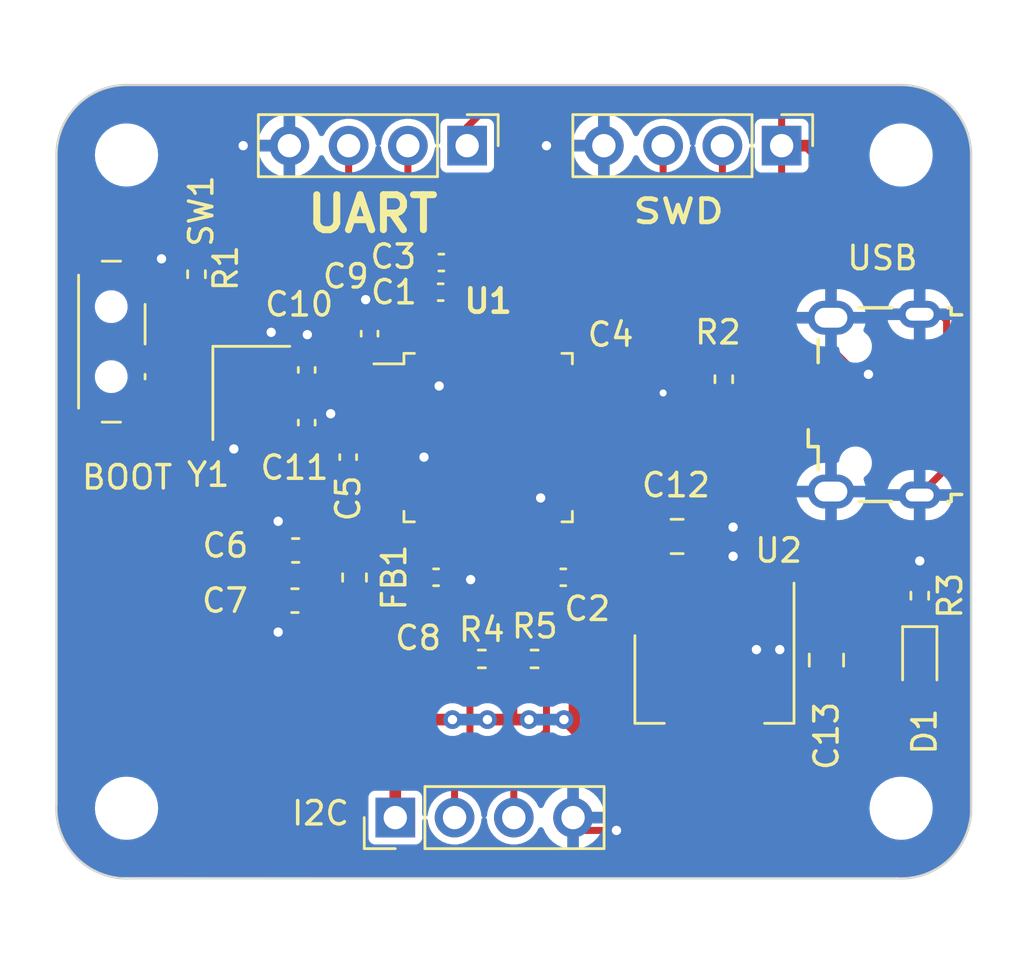
<source format=kicad_pcb>
(kicad_pcb (version 20221018) (generator pcbnew)
  (layers (0 "F.Cu" signal) (31 "B.Cu" power) (34 "B.Paste" user) (35 "F.Paste" user) (36 "B.SilkS" user "B.Silkscreen") (37 "F.SilkS" user "F.Silkscreen") (38 "B.Mask" user) (39 "F.Mask" user) (44 "Edge.Cuts" user))
  (net 0 "")
  (net 1 "+3.3V")
  (net 2 "GND")
  (net 3 "+3.3VA")
  (net 4 "/NRST")
  (net 5 "/HSE_IN")
  (net 6 "/HSE_OUT")
  (net 7 "VBUS")
  (net 8 "/PWR_LED_K")
  (net 9 "/SWDIO")
  (net 10 "/SWCLK")
  (net 11 "/UART1_TX")
  (net 12 "/UART1_RX")
  (net 13 "/I2C2_SCL")
  (net 14 "/I2C2_SDA")
  (net 15 "/BOOT0")
  (net 16 "/SW_BOOT0")
  (net 17 "/USB_D+")
  (net 39 "/USB_D-")
  (footprint "Connector_PinHeader_2.54mm:PinHeader_1x04_P2.54mm_Vertical" (layer "F.Cu") (at 173.08 43.4 -90)
    (fp_text reference "J1")
    (fp_text value "Conn_01x04_Pin")
    (pad "1" thru_hole rect (at 0 0 270) (size 1.7 1.7) (drill 1) (layers "*.Cu" "*.Mask") (net 1 "+3.3V"))
    (pad "2" thru_hole oval (at 0 2.54 270) (size 1.7 1.7) (drill 1) (layers "*.Cu" "*.Mask") (net 9 "/SWDIO"))
    (pad "3" thru_hole oval (at 0 5.08 270) (size 1.7 1.7) (drill 1) (layers "*.Cu" "*.Mask") (net 10 "/SWCLK"))
    (pad "4" thru_hole oval (at 0 7.62 270) (size 1.7 1.7) (drill 1) (layers "*.Cu" "*.Mask") (net 2 "GND"))
  )
  (footprint "Capacitor_SMD:C_0805_2012Metric" (layer "F.Cu") (at 168.6 60.15)
    (fp_text reference "C12" (at -0.05 -2.2) (layer "F.SilkS"))
    (fp_text value "22u")
    (pad "1" smd roundrect (at -0.95 0) (size 1 1.45) (layers "F.Cu" "F.Paste" "F.Mask") (net 7 "VBUS"))
    (pad "2" smd roundrect (at 0.95 0) (size 1 1.45) (layers "F.Cu" "F.Paste" "F.Mask") (net 2 "GND"))
  )
  (footprint "LED_SMD:LED_0603_1608Metric" (layer "F.Cu") (at 179 65.5 -90)
    (fp_text reference "D1" (at 3.0125 -0.2 90) (layer "F.SilkS"))
    (fp_text value "LED")
    (pad "1" smd roundrect (at -0.7875 0 270) (size 0.875 0.95) (layers "F.Cu" "F.Paste" "F.Mask") (net 8 "/PWR_LED_K"))
    (pad "2" smd roundrect (at 0.7875 0 270) (size 0.875 0.95) (layers "F.Cu" "F.Paste" "F.Mask") (net 1 "+3.3V"))
  )
  (footprint "Crystal:Crystal_SMD_3225-4Pin_3.2x2.5mm" (layer "F.Cu") (at 150.35 54 -90)
    (fp_text reference "Y1" (at 3.5 1.85) (layer "F.SilkS"))
    (fp_text value "16MHz")
    (pad "1" smd rect (at -1.1 0.85 270) (size 1.4 1.2) (layers "F.Cu" "F.Paste" "F.Mask") (net 5 "/HSE_IN"))
    (pad "2" smd rect (at 1.1 0.85 270) (size 1.4 1.2) (layers "F.Cu" "F.Paste" "F.Mask") (net 2 "GND"))
    (pad "3" smd rect (at 1.1 -0.85 270) (size 1.4 1.2) (layers "F.Cu" "F.Paste" "F.Mask") (net 6 "/HSE_OUT"))
    (pad "4" smd rect (at -1.1 -0.85 270) (size 1.4 1.2) (layers "F.Cu" "F.Paste" "F.Mask") (net 2 "GND"))
  )
  (footprint "Capacitor_SMD:C_0402_1005Metric" (layer "F.Cu") (at 152.724 53.012 90)
    (fp_text reference "C10" (at 2.812 -0.324 180) (layer "F.SilkS"))
    (fp_text value "10p")
    (pad "1" smd roundrect (at -0.48 0 90) (size 0.56 0.62) (layers "F.Cu" "F.Paste" "F.Mask") (net 5 "/HSE_IN"))
    (pad "2" smd roundrect (at 0.48 0 90) (size 0.56 0.62) (layers "F.Cu" "F.Paste" "F.Mask") (net 2 "GND"))
  )
  (footprint "Package_QFP:LQFP-48_7x7mm_P0.5mm" (layer "F.Cu") (at 160.5 55.9125)
    (fp_text reference "U1" (at 0 -5.85) (layer "F.SilkS") (effects (font (thickness 0.2) bold)))
    (fp_text value "STM32F103C8Tx")
    (pad "1" smd roundrect (at -4.1625 -2.75) (size 1.475 0.3) (layers "F.Cu" "F.Paste" "F.Mask") (net 1 "+3.3V"))
    (pad "2" smd roundrect (at -4.1625 -2.25) (size 1.475 0.3) (layers "F.Cu" "F.Paste" "F.Mask"))
    (pad "3" smd roundrect (at -4.1625 -1.75) (size 1.475 0.3) (layers "F.Cu" "F.Paste" "F.Mask"))
    (pad "4" smd roundrect (at -4.1625 -1.25) (size 1.475 0.3) (layers "F.Cu" "F.Paste" "F.Mask"))
    (pad "5" smd roundrect (at -4.1625 -0.75) (size 1.475 0.3) (layers "F.Cu" "F.Paste" "F.Mask") (net 5 "/HSE_IN"))
    (pad "6" smd roundrect (at -4.1625 -0.25) (size 1.475 0.3) (layers "F.Cu" "F.Paste" "F.Mask") (net 6 "/HSE_OUT"))
    (pad "7" smd roundrect (at -4.1625 0.25) (size 1.475 0.3) (layers "F.Cu" "F.Paste" "F.Mask") (net 4 "/NRST"))
    (pad "8" smd roundrect (at -4.1625 0.75) (size 1.475 0.3) (layers "F.Cu" "F.Paste" "F.Mask") (net 2 "GND"))
    (pad "9" smd roundrect (at -4.1625 1.25) (size 1.475 0.3) (layers "F.Cu" "F.Paste" "F.Mask") (net 3 "+3.3VA"))
    (pad "10" smd roundrect (at -4.1625 1.75) (size 1.475 0.3) (layers "F.Cu" "F.Paste" "F.Mask"))
    (pad "11" smd roundrect (at -4.1625 2.25) (size 1.475 0.3) (layers "F.Cu" "F.Paste" "F.Mask"))
    (pad "12" smd roundrect (at -4.1625 2.75) (size 1.475 0.3) (layers "F.Cu" "F.Paste" "F.Mask"))
    (pad "13" smd roundrect (at -2.75 4.1625) (size 0.3 1.475) (layers "F.Cu" "F.Paste" "F.Mask"))
    (pad "14" smd roundrect (at -2.25 4.1625) (size 0.3 1.475) (layers "F.Cu" "F.Paste" "F.Mask"))
    (pad "15" smd roundrect (at -1.75 4.1625) (size 0.3 1.475) (layers "F.Cu" "F.Paste" "F.Mask"))
    (pad "16" smd roundrect (at -1.25 4.1625) (size 0.3 1.475) (layers "F.Cu" "F.Paste" "F.Mask"))
    (pad "17" smd roundrect (at -0.75 4.1625) (size 0.3 1.475) (layers "F.Cu" "F.Paste" "F.Mask"))
    (pad "18" smd roundrect (at -0.25 4.1625) (size 0.3 1.475) (layers "F.Cu" "F.Paste" "F.Mask"))
    (pad "19" smd roundrect (at 0.25 4.1625) (size 0.3 1.475) (layers "F.Cu" "F.Paste" "F.Mask"))
    (pad "20" smd roundrect (at 0.75 4.1625) (size 0.3 1.475) (layers "F.Cu" "F.Paste" "F.Mask"))
    (pad "21" smd roundrect (at 1.25 4.1625) (size 0.3 1.475) (layers "F.Cu" "F.Paste" "F.Mask") (net 13 "/I2C2_SCL"))
    (pad "22" smd roundrect (at 1.75 4.1625) (size 0.3 1.475) (layers "F.Cu" "F.Paste" "F.Mask") (net 14 "/I2C2_SDA"))
    (pad "23" smd roundrect (at 2.25 4.1625) (size 0.3 1.475) (layers "F.Cu" "F.Paste" "F.Mask") (net 2 "GND"))
    (pad "24" smd roundrect (at 2.75 4.1625) (size 0.3 1.475) (layers "F.Cu" "F.Paste" "F.Mask") (net 1 "+3.3V"))
    (pad "25" smd roundrect (at 4.1625 2.75) (size 1.475 0.3) (layers "F.Cu" "F.Paste" "F.Mask"))
    (pad "26" smd roundrect (at 4.1625 2.25) (size 1.475 0.3) (layers "F.Cu" "F.Paste" "F.Mask"))
    (pad "27" smd roundrect (at 4.1625 1.75) (size 1.475 0.3) (layers "F.Cu" "F.Paste" "F.Mask"))
    (pad "28" smd roundrect (at 4.1625 1.25) (size 1.475 0.3) (layers "F.Cu" "F.Paste" "F.Mask"))
    (pad "29" smd roundrect (at 4.1625 0.75) (size 1.475 0.3) (layers "F.Cu" "F.Paste" "F.Mask"))
    (pad "30" smd roundrect (at 4.1625 0.25) (size 1.475 0.3) (layers "F.Cu" "F.Paste" "F.Mask"))
    (pad "31" smd roundrect (at 4.1625 -0.25) (size 1.475 0.3) (layers "F.Cu" "F.Paste" "F.Mask"))
    (pad "32" smd roundrect (at 4.1625 -0.75) (size 1.475 0.3) (layers "F.Cu" "F.Paste" "F.Mask") (net 39 "/USB_D-"))
    (pad "33" smd roundrect (at 4.1625 -1.25) (size 1.475 0.3) (layers "F.Cu" "F.Paste" "F.Mask") (net 17 "/USB_D+"))
    (pad "34" smd roundrect (at 4.1625 -1.75) (size 1.475 0.3) (layers "F.Cu" "F.Paste" "F.Mask") (net 9 "/SWDIO"))
    (pad "35" smd roundrect (at 4.1625 -2.25) (size 1.475 0.3) (layers "F.Cu" "F.Paste" "F.Mask") (net 2 "GND"))
    (pad "36" smd roundrect (at 4.1625 -2.75) (size 1.475 0.3) (layers "F.Cu" "F.Paste" "F.Mask") (net 1 "+3.3V"))
    (pad "37" smd roundrect (at 2.75 -4.1625) (size 0.3 1.475) (layers "F.Cu" "F.Paste" "F.Mask") (net 10 "/SWCLK"))
    (pad "38" smd roundrect (at 2.25 -4.1625) (size 0.3 1.475) (layers "F.Cu" "F.Paste" "F.Mask"))
    (pad "39" smd roundrect (at 1.75 -4.1625) (size 0.3 1.475) (layers "F.Cu" "F.Paste" "F.Mask"))
    (pad "40" smd roundrect (at 1.25 -4.1625) (size 0.3 1.475) (layers "F.Cu" "F.Paste" "F.Mask"))
    (pad "41" smd roundrect (at 0.75 -4.1625) (size 0.3 1.475) (layers "F.Cu" "F.Paste" "F.Mask"))
    (pad "42" smd roundrect (at 0.25 -4.1625) (size 0.3 1.475) (layers "F.Cu" "F.Paste" "F.Mask") (net 11 "/UART1_TX"))
    (pad "43" smd roundrect (at -0.25 -4.1625) (size 0.3 1.475) (layers "F.Cu" "F.Paste" "F.Mask") (net 12 "/UART1_RX"))
    (pad "44" smd roundrect (at -0.75 -4.1625) (size 0.3 1.475) (layers "F.Cu" "F.Paste" "F.Mask") (net 15 "/BOOT0"))
    (pad "45" smd roundrect (at -1.25 -4.1625) (size 0.3 1.475) (layers "F.Cu" "F.Paste" "F.Mask"))
    (pad "46" smd roundrect (at -1.75 -4.1625) (size 0.3 1.475) (layers "F.Cu" "F.Paste" "F.Mask"))
    (pad "47" smd roundrect (at -2.25 -4.1625) (size 0.3 1.475) (layers "F.Cu" "F.Paste" "F.Mask") (net 2 "GND"))
    (pad "48" smd roundrect (at -2.75 -4.1625) (size 0.3 1.475) (layers "F.Cu" "F.Paste" "F.Mask") (net 1 "+3.3V"))
  )
  (footprint "Connector_PinHeader_2.54mm:PinHeader_1x04_P2.54mm_Vertical" (layer "F.Cu") (at 156.52 72.2 90)
    (fp_text reference "J3")
    (fp_text value "Conn_01x04_Pin")
    (pad "1" thru_hole rect (at 0 0 90) (size 1.7 1.7) (drill 1) (layers "*.Cu" "*.Mask") (net 1 "+3.3V"))
    (pad "2" thru_hole oval (at 0 2.54 90) (size 1.7 1.7) (drill 1) (layers "*.Cu" "*.Mask") (net 13 "/I2C2_SCL"))
    (pad "3" thru_hole oval (at 0 5.08 90) (size 1.7 1.7) (drill 1) (layers "*.Cu" "*.Mask") (net 14 "/I2C2_SDA"))
    (pad "4" thru_hole oval (at 0 7.62 90) (size 1.7 1.7) (drill 1) (layers "*.Cu" "*.Mask") (net 2 "GND"))
  )
  (footprint "Connector_PinHeader_2.54mm:PinHeader_1x04_P2.54mm_Vertical" (layer "F.Cu") (at 159.6 43.4 -90)
    (fp_text reference "J2")
    (fp_text value "Conn_01x04_Pin")
    (pad "1" thru_hole rect (at 0 0 270) (size 1.7 1.7) (drill 1) (layers "*.Cu" "*.Mask") (net 1 "+3.3V"))
    (pad "2" thru_hole oval (at 0 2.54 270) (size 1.7 1.7) (drill 1) (layers "*.Cu" "*.Mask") (net 11 "/UART1_TX"))
    (pad "3" thru_hole oval (at 0 5.08 270) (size 1.7 1.7) (drill 1) (layers "*.Cu" "*.Mask") (net 12 "/UART1_RX"))
    (pad "4" thru_hole oval (at 0 7.62 270) (size 1.7 1.7) (drill 1) (layers "*.Cu" "*.Mask") (net 2 "GND"))
  )
  (footprint "MountingHole:MountingHole_2.2mm_M2" (layer "F.Cu") (at 145 43.8)
    (fp_text reference "H1")
    (fp_text value "MountingHole")
    (pad "" np_thru_hole circle (at 0 0) (size 2.2 2.2) (drill 2.2) (layers "*.Cu" "*.Mask"))
  )
  (footprint "Resistor_SMD:R_0402_1005Metric" (layer "F.Cu") (at 170.6 53.41 -90)
    (fp_text reference "R2" (at -2.01 0.25) (layer "F.SilkS"))
    (fp_text value "1k5")
    (pad "1" smd roundrect (at -0.51 0 270) (size 0.54 0.64) (layers "F.Cu" "F.Paste" "F.Mask") (net 1 "+3.3V"))
    (pad "2" smd roundrect (at 0.51 0 270) (size 0.54 0.64) (layers "F.Cu" "F.Paste" "F.Mask") (net 17 "/USB_D+"))
  )
  (footprint "MountingHole:MountingHole_2.2mm_M2" (layer "F.Cu") (at 178.2 43.8)
    (fp_text reference "H2")
    (fp_text value "MountingHole")
    (pad "" np_thru_hole circle (at 0 0) (size 2.2 2.2) (drill 2.2) (layers "*.Cu" "*.Mask"))
  )
  (footprint "MountingHole:MountingHole_2.2mm_M2" (layer "F.Cu") (at 178.2 71.8)
    (fp_text reference "H3")
    (fp_text value "MountingHole")
    (pad "" np_thru_hole circle (at 0 0) (size 2.2 2.2) (drill 2.2) (layers "*.Cu" "*.Mask"))
  )
  (footprint "Button_Switch_SMD:SW_SPDT_PCM12" (layer "F.Cu") (at 144.675 51.8 -90)
    (fp_text reference "SW1" (at -5.6 -3.525 90) (layer "F.SilkS"))
    (fp_text value "SW_SPDT")
    (pad "" smd rect (at -3.65 -0.78 270) (size 1 0.8) (layers "F.Cu" "F.Paste" "F.Mask"))
    (pad "" smd rect (at -3.65 1.43 270) (size 1 0.8) (layers "F.Cu" "F.Paste" "F.Mask"))
    (pad "" np_thru_hole circle (at -1.5 0.33 270) (size 0.9 0.9) (drill 0.9) (layers "*.Cu" "*.Mask"))
    (pad "" np_thru_hole circle (at 1.5 0.33 270) (size 0.9 0.9) (drill 0.9) (layers "*.Cu" "*.Mask"))
    (pad "" smd rect (at 3.65 -0.78 270) (size 1 0.8) (layers "F.Cu" "F.Paste" "F.Mask"))
    (pad "" smd rect (at 3.65 1.43 270) (size 1 0.8) (layers "F.Cu" "F.Paste" "F.Mask"))
    (pad "1" smd rect (at -2.25 -1.43 270) (size 0.7 1.5) (layers "F.Cu" "F.Paste" "F.Mask") (net 2 "GND"))
    (pad "2" smd rect (at 0.75 -1.43 270) (size 0.7 1.5) (layers "F.Cu" "F.Paste" "F.Mask") (net 16 "/SW_BOOT0"))
    (pad "3" smd rect (at 2.25 -1.43 270) (size 0.7 1.5) (layers "F.Cu" "F.Paste" "F.Mask") (net 1 "+3.3V"))
  )
  (footprint "Capacitor_SMD:C_0402_1005Metric" (layer "F.Cu") (at 163.72 61.9 180)
    (fp_text reference "C2" (at -1.03 -1.35) (layer "F.SilkS"))
    (fp_text value "100n")
    (pad "1" smd roundrect (at -0.48 0 180) (size 0.56 0.62) (layers "F.Cu" "F.Paste" "F.Mask") (net 1 "+3.3V"))
    (pad "2" smd roundrect (at 0.48 0 180) (size 0.56 0.62) (layers "F.Cu" "F.Paste" "F.Mask") (net 2 "GND"))
  )
  (footprint "MountingHole:MountingHole_2.2mm_M2" (layer "F.Cu") (at 145 71.8)
    (fp_text reference "H4")
    (fp_text value "MountingHole")
    (pad "" np_thru_hole circle (at 0 0) (size 2.2 2.2) (drill 2.2) (layers "*.Cu" "*.Mask"))
  )
  (footprint "Package_TO_SOT_SMD:SOT-223-3_TabPin2" (layer "F.Cu") (at 170.2 66.25 -90)
    (fp_text reference "U2" (at -5.5 -2.75 -180) (layer "F.SilkS"))
    (fp_text value "AMS1117-3.3")
    (pad "1" smd rect (at -3.15 -2.3 270) (size 2 1.5) (layers "F.Cu" "F.Paste" "F.Mask") (net 2 "GND"))
    (pad "2" smd rect (at -3.15 0 270) (size 2 1.5) (layers "F.Cu" "F.Paste" "F.Mask") (net 1 "+3.3V"))
    (pad "2" smd rect (at 3.15 0 270) (size 2 3.8) (layers "F.Cu" "F.Paste" "F.Mask") (net 1 "+3.3V"))
    (pad "3" smd rect (at -3.15 2.3 270) (size 2 1.5) (layers "F.Cu" "F.Paste" "F.Mask") (net 7 "VBUS"))
  )
  (footprint "Resistor_SMD:R_0402_1005Metric" (layer "F.Cu") (at 160.23 65.4 180)
    (fp_text reference "R4" (at 0 1.25) (layer "F.SilkS"))
    (fp_text value "1k5")
    (pad "1" smd roundrect (at -0.51 0 180) (size 0.54 0.64) (layers "F.Cu" "F.Paste" "F.Mask") (net 1 "+3.3V"))
    (pad "2" smd roundrect (at 0.51 0 180) (size 0.54 0.64) (layers "F.Cu" "F.Paste" "F.Mask") (net 13 "/I2C2_SCL"))
  )
  (footprint "Capacitor_SMD:C_0402_1005Metric" (layer "F.Cu") (at 158.494 48.41)
    (fp_text reference "C3" (at -2.06 -0.254) (layer "F.SilkS"))
    (fp_text value "100n")
    (pad "1" smd roundrect (at -0.48 0) (size 0.56 0.62) (layers "F.Cu" "F.Paste" "F.Mask") (net 1 "+3.3V"))
    (pad "2" smd roundrect (at 0.48 0) (size 0.56 0.62) (layers "F.Cu" "F.Paste" "F.Mask") (net 2 "GND"))
  )
  (footprint "Capacitor_SMD:C_0201_0603Metric" (layer "F.Cu") (at 166.624 53.086 -90)
    (fp_text reference "C4" (at -1.586 0.874 -180) (layer "F.SilkS"))
    (fp_text value "10u")
    (pad "1" smd roundrect (at -0.32 0 270) (size 0.46 0.4) (layers "F.Cu" "F.Mask") (net 1 "+3.3V"))
    (pad "2" smd roundrect (at 0.32 0 270) (size 0.46 0.4) (layers "F.Cu" "F.Mask") (net 2 "GND"))
  )
  (footprint "Capacitor_SMD:C_0402_1005Metric" (layer "F.Cu") (at 158.466 49.68)
    (fp_text reference "C1" (at -2.004 0) (layer "F.SilkS"))
    (fp_text value "100n")
    (pad "1" smd roundrect (at -0.48 0) (size 0.56 0.62) (layers "F.Cu" "F.Paste" "F.Mask") (net 1 "+3.3V"))
    (pad "2" smd roundrect (at 0.48 0) (size 0.56 0.62) (layers "F.Cu" "F.Paste" "F.Mask") (net 2 "GND"))
  )
  (footprint "Capacitor_SMD:C_0402_1005Metric" (layer "F.Cu") (at 155.418 51.458 90)
    (fp_text reference "C9" (at 2.458 -1.018 180) (layer "F.SilkS"))
    (fp_text value "100n")
    (pad "1" smd roundrect (at -0.48 0 90) (size 0.56 0.62) (layers "F.Cu" "F.Paste" "F.Mask") (net 1 "+3.3V"))
    (pad "2" smd roundrect (at 0.48 0 90) (size 0.56 0.62) (layers "F.Cu" "F.Paste" "F.Mask") (net 2 "GND"))
  )
  (footprint "Resistor_SMD:R_0402_1005Metric" (layer "F.Cu") (at 162.49 65.4)
    (fp_text reference "R5" (at 0.01 -1.4) (layer "F.SilkS"))
    (fp_text value "1k5")
    (pad "1" smd roundrect (at -0.51 0) (size 0.54 0.64) (layers "F.Cu" "F.Paste" "F.Mask") (net 1 "+3.3V"))
    (pad "2" smd roundrect (at 0.51 0) (size 0.54 0.64) (layers "F.Cu" "F.Paste" "F.Mask") (net 14 "/I2C2_SDA"))
  )
  (footprint "Capacitor_SMD:C_0805_2012Metric" (layer "F.Cu") (at 175 65.45 90)
    (fp_text reference "C13" (at -3.25 0 90) (layer "F.SilkS"))
    (fp_text value "22u")
    (pad "1" smd roundrect (at -0.95 0 90) (size 1 1.45) (layers "F.Cu" "F.Paste" "F.Mask") (net 1 "+3.3V"))
    (pad "2" smd roundrect (at 0.95 0 90) (size 1 1.45) (layers "F.Cu" "F.Paste" "F.Mask") (net 2 "GND"))
  )
  (footprint "Capacitor_SMD:C_0603_1608Metric" (layer "F.Cu") (at 152.22 62.9 180)
    (fp_text reference "C7" (at 3 0) (layer "F.SilkS"))
    (fp_text value "1u")
    (pad "1" smd roundrect (at -0.775 0 180) (size 0.9 0.95) (layers "F.Cu" "F.Paste" "F.Mask") (net 1 "+3.3V"))
    (pad "2" smd roundrect (at 0.775 0 180) (size 0.9 0.95) (layers "F.Cu" "F.Paste" "F.Mask") (net 2 "GND"))
  )
  (footprint "Capacitor_SMD:C_0402_1005Metric" (layer "F.Cu") (at 154.5 56.75 90)
    (fp_text reference "C5" (at -1.77 0 90) (layer "F.SilkS"))
    (fp_text value "10n")
    (pad "1" smd roundrect (at -0.48 0 90) (size 0.56 0.62) (layers "F.Cu" "F.Paste" "F.Mask") (net 3 "+3.3VA"))
    (pad "2" smd roundrect (at 0.48 0 90) (size 0.56 0.62) (layers "F.Cu" "F.Paste" "F.Mask") (net 2 "GND"))
  )
  (footprint "Capacitor_SMD:C_0402_1005Metric" (layer "F.Cu") (at 158.27 61.9)
    (fp_text reference "C8" (at -0.77 2.6) (layer "F.SilkS"))
    (fp_text value "100n")
    (pad "1" smd roundrect (at -0.48 0) (size 0.56 0.62) (layers "F.Cu" "F.Paste" "F.Mask") (net 4 "/NRST"))
    (pad "2" smd roundrect (at 0.48 0) (size 0.56 0.62) (layers "F.Cu" "F.Paste" "F.Mask") (net 2 "GND"))
  )
  (footprint "Connector_USB:USB_Micro-B_Wuerth_629105150521" (layer "F.Cu") (at 177.045 54.5 90)
    (fp_text reference "U3" hide)
    (fp_text value "USB_B_Micro")
    (pad "" np_thru_hole oval (at -2.5 -0.8 90) (size 0.8 0.8) (drill 0.8) (layers "*.Cu" "*.Mask"))
    (pad "" np_thru_hole oval (at 2.5 -0.8 90) (size 0.8 0.8) (drill 0.8) (layers "*.Cu" "*.Mask"))
    (pad "1" smd rect (at -1.3 -1.9 90) (size 0.45 1.3) (layers "F.Cu" "F.Paste" "F.Mask") (net 7 "VBUS"))
    (pad "2" smd rect (at -0.65 -1.9 90) (size 0.45 1.3) (layers "F.Cu" "F.Paste" "F.Mask") (net 39 "/USB_D-"))
    (pad "3" smd rect (at 0 -1.9 90) (size 0.45 1.3) (layers "F.Cu" "F.Paste" "F.Mask") (net 17 "/USB_D+"))
    (pad "4" smd rect (at 0.65 -1.9 90) (size 0.45 1.3) (layers "F.Cu" "F.Paste" "F.Mask"))
    (pad "5" smd rect (at 1.3 -1.9 90) (size 0.45 1.3) (layers "F.Cu" "F.Paste" "F.Mask") (net 2 "GND"))
    (pad "6" thru_hole oval (at -3.875 1.95 90) (size 1.15 1.8) (drill oval 0.55 1.2) (layers "*.Cu" "*.Mask") (net 2 "GND"))
    (pad "6" thru_hole oval (at -3.725 -1.85 90) (size 1.45 2) (drill oval 0.85 1.4) (layers "*.Cu" "*.Mask") (net 2 "GND"))
    (pad "6" thru_hole oval (at 3.725 -1.85 90) (size 1.45 2) (drill oval 0.85 1.4) (layers "*.Cu" "*.Mask") (net 2 "GND"))
    (pad "6" thru_hole oval (at 3.875 1.95 90) (size 1.15 1.8) (drill oval 0.55 1.2) (layers "*.Cu" "*.Mask") (net 2 "GND"))
  )
  (footprint "Resistor_SMD:R_0402_1005Metric" (layer "F.Cu") (at 179 62.69 90)
    (fp_text reference "R3" (at 0 1.3 90) (layer "F.SilkS"))
    (fp_text value "1k5")
    (pad "1" smd roundrect (at -0.51 0 90) (size 0.54 0.64) (layers "F.Cu" "F.Paste" "F.Mask") (net 8 "/PWR_LED_K"))
    (pad "2" smd roundrect (at 0.51 0 90) (size 0.54 0.64) (layers "F.Cu" "F.Paste" "F.Mask") (net 2 "GND"))
  )
  (footprint "Capacitor_SMD:C_0402_1005Metric" (layer "F.Cu") (at 152.724 55.27 90)
    (fp_text reference "C11" (at -1.93 -0.524) (layer "F.SilkS"))
    (fp_text value "10p")
    (pad "1" smd roundrect (at -0.48 0 90) (size 0.56 0.62) (layers "F.Cu" "F.Paste" "F.Mask") (net 6 "/HSE_OUT"))
    (pad "2" smd roundrect (at 0.48 0 90) (size 0.56 0.62) (layers "F.Cu" "F.Paste" "F.Mask") (net 2 "GND"))
  )
  (footprint "Inductor_SMD:L_0603_1608Metric" (layer "F.Cu") (at 154.773 61.9095 -90)
    (fp_text reference "FB1" (at 0 -1.697 90) (layer "F.SilkS"))
    (fp_text value "120R")
    (pad "1" smd roundrect (at -0.7875 0 270) (size 0.875 0.95) (layers "F.Cu" "F.Paste" "F.Mask") (net 3 "+3.3VA"))
    (pad "2" smd roundrect (at 0.7875 0 270) (size 0.875 0.95) (layers "F.Cu" "F.Paste" "F.Mask") (net 1 "+3.3V"))
  )
  (footprint "Resistor_SMD:R_0402_1005Metric" (layer "F.Cu") (at 148 48.91 -90)
    (fp_text reference "R1" (at -0.26 -1.25 -270) (layer "F.SilkS"))
    (fp_text value "100k")
    (pad "1" smd roundrect (at -0.51 0 270) (size 0.54 0.64) (layers "F.Cu" "F.Paste" "F.Mask") (net 15 "/BOOT0"))
    (pad "2" smd roundrect (at 0.51 0 270) (size 0.54 0.64) (layers "F.Cu" "F.Paste" "F.Mask") (net 16 "/SW_BOOT0"))
  )
  (footprint "Capacitor_SMD:C_0603_1608Metric" (layer "F.Cu") (at 152.25 60.75 180)
    (fp_text reference "C6" (at 3.013 0.214) (layer "F.SilkS"))
    (fp_text value "1u")
    (pad "1" smd roundrect (at -0.775 0 180) (size 0.9 0.95) (layers "F.Cu" "F.Paste" "F.Mask") (net 3 "+3.3VA"))
    (pad "2" smd roundrect (at 0.775 0 180) (size 0.9 0.95) (layers "F.Cu" "F.Paste" "F.Mask") (net 2 "GND"))
  )
  (gr_arc (start 145.2 74.8) (mid 142.873971 73.926029) (end 142 71.6) (stroke (width 0.1)) (layer "Edge.Cuts"))
  (gr_arc (start 142 43.8) (mid 142.87868 41.67868) (end 145 40.8) (stroke (width 0.1)) (layer "Edge.Cuts"))
  (gr_arc (start 181.2 72) (mid 180.179899 74.062742) (end 178 74.8) (stroke (width 0.1)) (layer "Edge.Cuts"))
  (gr_line (start 145 40.8) (end 178.2 40.8) (stroke (width 0.1)) (layer "Edge.Cuts"))
  (gr_line (start 142 71.6) (end 142 43.8) (stroke (width 0.1)) (layer "Edge.Cuts"))
  (gr_arc (start 178.2 40.8) (mid 180.32132 41.67868) (end 181.2 43.8) (stroke (width 0.1)) (layer "Edge.Cuts"))
  (gr_line (start 178 74.8) (end 145.2 74.8) (stroke (width 0.1)) (layer "Edge.Cuts"))
  (gr_line (start 181.2 72) (end 181.2 43.8) (stroke (width 0.1)) (layer "Edge.Cuts"))
  (gr_text "BOOT" (at 143 58.2) (layer "F.SilkS") (effects (font (size 1 1)) (justify left bottom)))
  (gr_text "I2C" (at 152 72.6) (layer "F.SilkS") (effects (font (size 1 1)) (justify left bottom)))
  (gr_text "SWD" (at 166.6 46.8) (layer "F.SilkS") (effects (font (size 1 1.25) (thickness 0.2) bold) (justify left bottom)))
  (gr_text "UART" (at 152.6 47.2) (layer "F.SilkS") (effects (font (size 1.5 1.5) (thickness 0.3) bold) (justify left bottom)))
  (gr_text "USB\n" (at 175.8 48.8) (layer "F.SilkS") (effects (font (size 1 1)) (justify left bottom)))
  (segment (start 155.418 51.938) (end 155.418 52.243) (width 0.3) (layer "F.Cu") (net 1))
  (segment (start 173.08 46.4) (end 173.08 43.4) (width 0.3) (layer "F.Cu") (net 1))
  (segment (start 164.2 68.4) (end 164.2 61.9) (width 0.5) (layer "F.Cu") (net 1))
  (segment (start 154.773 66.2) (end 154.773 62.697) (width 0.5) (layer "F.Cu") (net 1))
  (segment (start 155.418 52.243) (end 156.3375 53.1625) (width 0.3) (layer "F.Cu") (net 1))
  (segment (start 157.75 49.916) (end 157.75 51.75) (width 0.3) (layer "F.Cu") (net 1))
  (segment (start 149 66.2) (end 146.2 63.4) (width 0.5) (layer "F.Cu") (net 1))
  (segment (start 174.6 44.6) (end 174.6 43.8) (width 0.5) (layer "F.Cu") (net 1))
  (segment (start 161.15 65.4) (end 160.74 65.4) (width 0.5) (layer "F.Cu") (net 1))
  (segment (start 150.4 50.2) (end 153.8 50.2) (width 0.5) (layer "F.Cu") (net 1))
  (segment (start 157.5 68) (end 156.52 68.98) (width 0.5) (layer "F.Cu") (net 1))
  (segment (start 164.2 61.025) (end 164.2 61.9) (width 0.3) (layer "F.Cu") (net 1))
  (segment (start 174.2 43.4) (end 173.08 43.4) (width 0.5) (layer "F.Cu") (net 1))
  (segment (start 163.8 68) (end 164.7 68.9) (width 0.5) (layer "F.Cu") (net 1))
  (segment (start 161.5 65.75) (end 161.85 65.4) (width 0.5) (layer "F.Cu") (net 1))
  (segment (start 164.7 68.9) (end 168.6 72.8) (width 0.5) (layer "F.Cu") (net 1))
  (segment (start 168.6 72.8) (end 174.6 72.8) (width 0.5) (layer "F.Cu") (net 1))
  (segment (start 157.75 68) (end 156.25 68) (width 0.5) (layer "F.Cu") (net 1))
  (segment (start 163.25 60.075) (end 164.2 61.025) (width 0.3) (layer "F.Cu") (net 1))
  (segment (start 154.773 66.2) (end 149 66.2) (width 0.5) (layer "F.Cu") (net 1))
  (segment (start 161.5 65.75) (end 161.15 65.4) (width 0.5) (layer "F.Cu") (net 1))
  (segment (start 174.6 43.8) (end 174.2 43.4) (width 0.5) (layer "F.Cu") (net 1))
  (segment (start 168.6 49) (end 171.2 46.4) (width 0.3) (layer "F.Cu") (net 1))
  (segment (start 147.6 58.8) (end 147.8 58.6) (width 0.5) (layer "F.Cu") (net 1))
  (segment (start 179 66.6) (end 179 66.2875) (width 0.5) (layer "F.Cu") (net 1))
  (segment (start 157.986 49.68) (end 157.986 48.438) (width 0.3) (layer "F.Cu") (net 1))
  (segment (start 157.6375 53.1625) (end 157.75 53.05) (width 0.3) (layer "F.Cu") (net 1))
  (segment (start 161.5 68) (end 160.4695 68) (width 0.5) (layer "F.Cu") (net 1))
  (segment (start 177.1 47.1) (end 174.6 44.6) (width 0.5) (layer "F.Cu") (net 1))
  (segment (start 173.08 43.4) (end 173.08 42.08) (width 0.3) (layer "F.Cu") (net 1))
  (segment (start 174.6 70.2) (end 174.6 72.8) (width 0.5) (layer "F.Cu") (net 1))
  (segment (start 163.7495 68) (end 163.8 68) (width 0.5) (layer "F.Cu") (net 1))
  (segment (start 175 66.4) (end 177.25 66.4) (width 0.5) (layer "F.Cu") (net 1))
  (segment (start 147.8 51.8) (end 148.2 51.4) (width 0.5) (layer "F.Cu") (net 1))
  (segment (start 177.25 67.55) (end 174.6 70.2) (width 0.5) (layer "F.Cu") (net 1))
  (segment (start 149.2 51.4) (end 150.4 50.2) (width 0.5) (layer "F.Cu") (net 1))
  (segment (start 168.52 52.9) (end 170.6 52.9) (width 0.3) (layer "F.Cu") (net 1))
  (segment (start 177.1 51) (end 177.1 47.1) (width 0.5) (layer "F.Cu") (net 1))
  (segment (start 177.25 66.4) (end 177.25 55.95) (width 0.5) (layer "F.Cu") (net 1))
  (segment (start 165.059 52.766) (end 166.624 52.766) (width 0.3) (layer "F.Cu") (net 1))
  (segment (start 168.6 49) (end 168.6 52.552) (width 0.3) (layer "F.Cu") (net 1))
  (segment (start 168.6 52.552) (end 168.386 52.766) (width 0.3) (layer "F.Cu") (net 1))
  (segment (start 173.08 42.08) (end 172.2 41.2) (width 0.3) (layer "F.Cu") (net 1))
  (segment (start 157.75 53.05) (end 157.75 51.75) (width 0.3) (layer "F.Cu") (net 1))
  (segment (start 154.57 62.9) (end 154.773 62.697) (width 0.3) (layer "F.Cu") (net 1))
  (segment (start 164.7 68.9) (end 164.2 68.4) (width 0.5) (layer "F.Cu") (net 1))
  (segment (start 154 51.4) (end 154.538 51.938) (width 0.5) (layer "F.Cu") (net 1))
  (segment (start 177.25 66.4) (end 178.8875 66.4) (width 0.5) (layer "F.Cu") (net 1))
  (segment (start 156.3375 53.1625) (end 157.6375 53.1625) (width 0.3) (layer "F.Cu") (net 1))
  (segment (start 178.3 52.2) (end 177.1 51) (width 0.5) (layer "F.Cu") (net 1))
  (segment (start 164.6625 53.1625) (end 165.059 52.766) (width 0.3) (layer "F.Cu") (net 1))
  (segment (start 147.8 58.6) (end 147.8 51.8) (width 0.5) (layer "F.Cu") (net 1))
  (segment (start 146.305 54.25) (end 146.105 54.05) (width 0.5) (layer "F.Cu") (net 1))
  (segment (start 157.986 49.68) (end 157.75 49.916) (width 0.3) (layer "F.Cu") (net 1))
  (segment (start 178.8875 66.4) (end 179 66.2875) (width 0.5) (layer "F.Cu") (net 1))
  (segment (start 158.9705 68) (end 157.75 68) (width 0.5) (layer "F.Cu") (net 1))
  (segment (start 157.75 68) (end 157.5 68) (width 0.5) (layer "F.Cu") (net 1))
  (segment (start 146.305 58.8) (end 146.305 54.25) (width 0.5) (layer "F.Cu") (net 1))
  (segment (start 146.2 63.4) (end 146.305 63.295) (width 0.5) (layer "F.Cu") (net 1))
  (segment (start 177.25 66.4) (end 177.25 67.55) (width 0.5) (layer "F.Cu") (net 1))
  (segment (start 178.3 54.9) (end 178.3 52.2) (width 0.5) (layer "F.Cu") (net 1))
  (segment (start 177.25 55.95) (end 178.3 54.9) (width 0.5) (layer "F.Cu") (net 1))
  (segment (start 146.305 63.295) (end 146.305 58.8) (width 0.5) (layer "F.Cu") (net 1))
  (segment (start 161.85 65.4) (end 161.98 65.4) (width 0.5) (layer "F.Cu") (net 1))
  (segment (start 166.624 52.8) (end 168.386 52.8) (width 0.3) (layer "F.Cu") (net 1))
  (segment (start 146.305 58.8) (end 147.6 58.8) (width 0.5) (layer "F.Cu") (net 1))
  (segment (start 172.2 41.2) (end 161 41.2) (width 0.3) (layer "F.Cu") (net 1))
  (segment (start 156.52 68.98) (end 156.52 72.2) (width 0.5) (layer "F.Cu") (net 1))
  (segment (start 154.773 66.523) (end 154.773 66.2) (width 0.5) (layer "F.Cu") (net 1))
  (segment (start 154.538 51.938) (end 155.418 51.938) (width 0.5) (layer "F.Cu") (net 1))
  (segment (start 148.2 51.4) (end 149.2 51.4) (width 0.5) (layer "F.Cu") (net 1))
  (segment (start 153.8 50.2) (end 154 50.4) (width 0.5) (layer "F.Cu") (net 1))
  (segment (start 171.2 46.4) (end 173.08 46.4) (width 0.3) (layer "F.Cu") (net 1))
  (segment (start 168.386 52.766) (end 168.52 52.9) (width 0.3) (layer "F.Cu") (net 1))
  (segment (start 154 50.4) (end 154 51.4) (width 0.5) (layer "F.Cu") (net 1))
  (segment (start 162.25 68) (end 161.5 68) (width 0.5) (layer "F.Cu") (net 1))
  (segment (start 152.995 62.9) (end 154.57 62.9) (width 0.3) (layer "F.Cu") (net 1))
  (segment (start 161 41.2) (end 159.6 42.6) (width 0.3) (layer "F.Cu") (net 1))
  (segment (start 159.6 42.6) (end 159.6 43.4) (width 0.3) (layer "F.Cu") (net 1))
  (segment (start 156.25 68) (end 154.773 66.523) (width 0.5) (layer "F.Cu") (net 1))
  (segment (start 161.5 68) (end 161.5 65.75) (width 0.5) (layer "F.Cu") (net 1))
  (segment (start 157.986 48.438) (end 158.014 48.41) (width 0.3) (layer "F.Cu") (net 1))
  (via (at 160.4695 68) (size 0.8) (drill 0.4) (layers "F.Cu" "B.Cu") (net 1))
  (via (at 162.25 68) (size 0.8) (drill 0.4) (layers "F.Cu" "B.Cu") (net 1))
  (via (at 163.7495 68) (size 0.8) (drill 0.4) (layers "F.Cu" "B.Cu") (net 1))
  (via (at 158.9705 68) (size 0.8) (drill 0.4) (layers "F.Cu" "B.Cu") (net 1))
  (segment (start 160.4695 68) (end 158.9705 68) (width 0.5) (layer "B.Cu") (net 1))
  (segment (start 163.7495 68) (end 162.25 68) (width 0.5) (layer "B.Cu") (net 1))
  (segment (start 156.3375 56.6625) (end 157.6625 56.6625) (width 0.3) (layer "F.Cu") (net 2))
  (segment (start 164.6625 53.6625) (end 166.3675 53.6625) (width 0.3) (layer "F.Cu") (net 2))
  (segment (start 179.895 50.625) (end 180.15 50.88) (width 0.3) (layer "F.Cu") (net 2))
  (segment (start 158.25 53.55) (end 158.4 53.7) (width 0.3) (layer "F.Cu") (net 2))
  (segment (start 180.15 57.22) (end 178.995 58.375) (width 0.3) (layer "F.Cu") (net 2))
  (segment (start 176.775 53.175) (end 176.8 53.2) (width 0.5) (layer "F.Cu") (net 2))
  (segment (start 164.69 72.75) (end 164.14 72.2) (width 0.3) (layer "F.Cu") (net 2))
  (segment (start 157.6625 56.6625) (end 157.75 56.75) (width 0.3) (layer "F.Cu") (net 2))
  (segment (start 180.15 50.88) (end 180.15 57.22) (width 0.3) (layer "F.Cu") (net 2))
  (segment (start 166.624 53.406) (end 167.406 53.406) (width 0.25) (layer "F.Cu") (net 2))
  (segment (start 151.2 52.9) (end 151.2 51.4) (width 0.3) (layer "F.Cu") (net 2))
  (segment (start 152.724 51.526) (end 152.75 51.5) (width 0.5) (layer "F.Cu") (net 2))
  (segment (start 166.3675 53.6625) (end 166.624 53.406) (width 0.3) (layer "F.Cu") (net 2))
  (segment (start 149.5 56.3) (end 149.6 56.4) (width 0.5) (layer "F.Cu") (net 2))
  (segment (start 155.106458 56.27) (end 155.498958 56.6625) (width 0.3) (layer "F.Cu") (net 2))
  (segment (start 158.25 51.75) (end 158.25 53.55) (width 0.3) (layer "F.Cu") (net 2))
  (segment (start 176.375 53.175) (end 176.775 53.175) (width 0.5) (layer "F.Cu") (net 2))
  (segment (start 155.498958 56.6625) (end 156.3375 56.6625) (width 0.3) (layer "F.Cu") (net 2))
  (segment (start 155.418 50.978) (end 155.418 50.168) (width 0.5) (layer "F.Cu") (net 2))
  (segment (start 154.5 56.27) (end 155.106458 56.27) (width 0.3) (layer "F.Cu") (net 2))
  (segment (start 151.445 64.195) (end 151.5 64.25) (width 0.5) (layer "F.Cu") (net 2))
  (segment (start 159.65 61.9) (end 159.75 62) (width 0.3) (layer "F.Cu") (net 2))
  (segment (start 162.75 60.075) (end 162.75 58.5) (width 0.3) (layer "F.Cu") (net 2))
  (segment (start 162.75 60.075) (end 162.75 61.41) (width 0.3) (layer "F.Cu") (net 2))
  (segment (start 176.313629 53.2) (end 176.8 53.2) (width 0.3) (layer "F.Cu") (net 2))
  (segment (start 151.445 62.9) (end 151.445 64.195) (width 0.5) (layer "F.Cu") (net 2))
  (segment (start 162.75 61.41) (end 163.24 61.9) (width 0.3) (layer "F.Cu") (net 2))
  (segment (start 175.195 50.775) (end 175.195 52.081371) (width 0.3) (layer "F.Cu") (net 2))
  (segment (start 146.105 49.55) (end 146.5 49.155) (width 0.5) (layer "F.Cu") (net 2))
  (segment (start 166 72.75) (end 164.69 72.75) (width 0.3) (layer "F.Cu") (net 2))
  (segment (start 149.5 55.1) (end 149.5 56.3) (width 0.5) (layer "F.Cu") (net 2))
  (segment (start 158.75 61.9) (end 159.65 61.9) (width 0.3) (layer "F.Cu") (net 2))
  (segment (start 158.946 49.99) (end 158.25 50.686) (width 0.3) (layer "F.Cu") (net 2))
  (segment (start 175.345 50.625) (end 175.195 50.775) (width 0.3) (layer "F.Cu") (net 2))
  (segment (start 178.995 50.625) (end 179.895 50.625) (width 0.3) (layer "F.Cu") (net 2))
  (segment (start 158.25 50.686) (end 158.25 51.75) (width 0.3) (layer "F.Cu") (net 2))
  (segment (start 176.375 53.175) (end 175.145 53.175) (width 0.5) (layer "F.Cu") (net 2))
  (segment (start 179 62.18) (end 179 61.2) (width 0.5) (layer "F.Cu") (net 2))
  (segment (start 152.724 52.532) (end 152.724 51.526) (width 0.5) (layer "F.Cu") (net 2))
  (segment (start 158.946 49.68) (end 158.946 49.99) (width 0.3) (layer "F.Cu") (net 2))
  (segment (start 176.4 53.2) (end 176.375 53.175) (width 0.5) (layer "F.Cu") (net 2))
  (segment (start 158.946 48.438) (end 158.974 48.41) (width 0.3) (layer "F.Cu") (net 2))
  (segment (start 155.418 50.168) (end 155.25 50) (width 0.5) (layer "F.Cu") (net 2))
  (segment (start 152.724 54.79) (end 153.6495 54.79) (width 0.3) (layer "F.Cu") (net 2))
  (segment (start 151.475 60.75) (end 151.475 59.525) (width 0.5) (layer "F.Cu") (net 2))
  (segment (start 150 43.4) (end 151.98 43.4) (width 0.5) (layer "F.Cu") (net 2))
  (segment (start 153.6495 54.79) (end 153.75 54.8905) (width 0.3) (layer "F.Cu") (net 2))
  (segment (start 167.406 53.406) (end 168 54) (width 0.25) (layer "F.Cu") (net 2))
  (segment (start 158.946 49.68) (end 158.946 48.438) (width 0.3) (layer "F.Cu") (net 2))
  (segment (start 175.195 52.081371) (end 176.313629 53.2) (width 0.3) (layer "F.Cu") (net 2))
  (segment (start 151.475 59.525) (end 151.5 59.5) (width 0.5) (layer "F.Cu") (net 2))
  (segment (start 166.624 53.406) (end 166.53 53.5) (width 0.25) (layer "F.Cu") (net 2))
  (segment (start 166.5 53.53) (end 166.624 53.406) (width 0.25) (layer "F.Cu") (net 2))
  (segment (start 163 43.4) (end 165.46 43.4) (width 0.5) (layer "F.Cu") (net 2))
  (segment (start 146.5 49.155) (end 146.5 48.25) (width 0.5) (layer "F.Cu") (net 2))
  (via (at 179 61.2) (size 0.8) (drill 0.4) (layers "F.Cu" "B.Cu") (net 2))
  (via (at 150 43.4) (size 0.8) (drill 0.4) (layers "F.Cu" "B.Cu") (net 2))
  (via (at 172 65) (size 0.8) (drill 0.4) (layers "F.Cu" "B.Cu") (net 2))
  (via (at 166 72.75) (size 0.8) (drill 0.4) (layers "F.Cu" "B.Cu") (net 2))
  (via (at 155.25 50) (size 0.8) (drill 0.4) (layers "F.Cu" "B.Cu") (net 2))
  (via (at 151.5 64.25) (size 0.8) (drill 0.4) (layers "F.Cu" "B.Cu") (net 2))
  (via (at 158.4 53.7) (size 0.8) (drill 0.4) (layers "F.Cu" "B.Cu") (net 2))
  (via (at 162.75 58.5) (size 0.8) (drill 0.4) (layers "F.Cu" "B.Cu") (net 2))
  (via (at 176.8 53.2) (size 0.8) (drill 0.4) (layers "F.Cu" "B.Cu") (net 2))
  (via (at 151.2 51.4) (size 0.8) (drill 0.4) (layers "F.Cu" "B.Cu") (net 2))
  (via (at 152.75 51.5) (size 0.8) (drill 0.4) (layers "F.Cu" "B.Cu") (net 2))
  (via (at 173 65) (size 0.8) (drill 0.4) (layers "F.Cu" "B.Cu") (net 2))
  (via (at 146.5 48.25) (size 0.8) (drill 0.4) (layers "F.Cu" "B.Cu") (net 2))
  (via (at 153.75 54.8905) (size 0.8) (drill 0.4) (layers "F.Cu" "B.Cu") (net 2))
  (via (at 151.5 59.5) (size 0.8) (drill 0.4) (layers "F.Cu" "B.Cu") (net 2))
  (via (at 157.75 56.75) (size 0.8) (drill 0.4) (layers "F.Cu" "B.Cu") (net 2))
  (via (at 159.75 62) (size 0.8) (drill 0.4) (layers "F.Cu" "B.Cu") (net 2))
  (via (at 168 54) (size 0.7) (drill 0.3) (layers "F.Cu" "B.Cu") (net 2))
  (via (at 163 43.4) (size 0.8) (drill 0.4) (layers "F.Cu" "B.Cu") (net 2))
  (via (at 171 61) (size 0.8) (drill 0.4) (layers "F.Cu" "B.Cu") (net 2))
  (via (at 149.6 56.4) (size 0.8) (drill 0.4) (layers "F.Cu" "B.Cu") (net 2))
  (via (at 171 59.75) (size 0.8) (drill 0.4) (layers "F.Cu" "B.Cu") (net 2))
  (segment (start 154.5675 57.1625) (end 156.3375 57.1625) (width 0.3) (layer "F.Cu") (net 3))
  (segment (start 154.5 57.23) (end 154.5675 57.1625) (width 0.3) (layer "F.Cu") (net 3))
  (segment (start 153.025 60.75) (end 154.401 60.75) (width 0.3) (layer "F.Cu") (net 3))
  (segment (start 154.401 60.75) (end 154.773 61.122) (width 0.3) (layer "F.Cu") (net 3))
  (segment (start 154.5 57.23) (end 154.5 60.849) (width 0.3) (layer "F.Cu") (net 3))
  (segment (start 154.5 60.849) (end 154.773 61.122) (width 0.3) (layer "F.Cu") (net 3))
  (segment (start 159.25 56.5) (end 159.25 57.236458) (width 0.3) (layer "F.Cu") (net 4))
  (segment (start 156.75 59.736458) (end 156.75 61.25) (width 0.3) (layer "F.Cu") (net 4))
  (segment (start 157.439339 56) (end 158.75 56) (width 0.3) (layer "F.Cu") (net 4))
  (segment (start 159.25 57.236458) (end 156.75 59.736458) (width 0.3) (layer "F.Cu") (net 4))
  (segment (start 157.276839 56.1625) (end 157.439339 56) (width 0.3) (layer "F.Cu") (net 4))
  (segment (start 158.75 56) (end 159.25 56.5) (width 0.3) (layer "F.Cu") (net 4))
  (segment (start 156.75 61.25) (end 157.4 61.9) (width 0.3) (layer "F.Cu") (net 4))
  (segment (start 157.4 61.9) (end 157.79 61.9) (width 0.3) (layer "F.Cu") (net 4))
  (segment (start 156.3375 56.1625) (end 157.276839 56.1625) (width 0.3) (layer "F.Cu") (net 4))
  (segment (start 155.498958 55.1625) (end 153.828458 53.492) (width 0.3) (layer "F.Cu") (net 5))
  (segment (start 150.455024 53.95) (end 149.5 52.994976) (width 0.3) (layer "F.Cu") (net 5))
  (segment (start 152.724 53.492) (end 152.266 53.95) (width 0.3) (layer "F.Cu") (net 5))
  (segment (start 153.828458 53.492) (end 152.724 53.492) (width 0.3) (layer "F.Cu") (net 5))
  (segment (start 149.5 52.95962) (end 149.5 52.9) (width 0.25) (layer "F.Cu") (net 5))
  (segment (start 156.3375 55.1625) (end 155.498958 55.1625) (width 0.3) (layer "F.Cu") (net 5))
  (segment (start 149.5 52.994976) (end 149.5 52.9) (width 0.3) (layer "F.Cu") (net 5))
  (segment (start 152.266 53.95) (end 150.455024 53.95) (width 0.3) (layer "F.Cu") (net 5))
  (segment (start 152.834 55.64) (end 152.724 55.75) (width 0.3) (layer "F.Cu") (net 6))
  (segment (start 154.895466 55.6625) (end 154.872966 55.64) (width 0.3) (layer "F.Cu") (net 6))
  (segment (start 152.724 55.75) (end 151.85 55.75) (width 0.3) (layer "F.Cu") (net 6))
  (segment (start 151.85 55.75) (end 151.2 55.1) (width 0.3) (layer "F.Cu") (net 6))
  (segment (start 156.3375 55.6625) (end 154.895466 55.6625) (width 0.3) (layer "F.Cu") (net 6))
  (segment (start 154.872966 55.64) (end 152.834 55.64) (width 0.3) (layer "F.Cu") (net 6))
  (segment (start 179 64.7125) (end 179 63.2) (width 0.5) (layer "F.Cu") (net 8))
  (segment (start 170.54 45.946458) (end 163.575 52.911458) (width 0.3) (layer "F.Cu") (net 9))
  (segment (start 163.575 53.913542) (end 163.823958 54.1625) (width 0.3) (layer "F.Cu") (net 9))
  (segment (start 170.54 43.4) (end 170.54 45.946458) (width 0.3) (layer "F.Cu") (net 9))
  (segment (start 163.823958 54.1625) (end 164.6625 54.1625) (width 0.3) (layer "F.Cu") (net 9))
  (segment (start 163.575 52.911458) (end 163.575 53.913542) (width 0.3) (layer "F.Cu") (net 9))
  (segment (start 163.25 50.55) (end 168 45.8) (width 0.3) (layer "F.Cu") (net 10))
  (segment (start 168 45.8) (end 168 43.4) (width 0.3) (layer "F.Cu") (net 10))
  (segment (start 163.25 51.75) (end 163.25 50.55) (width 0.3) (layer "F.Cu") (net 10))
  (segment (start 162.5 49.161458) (end 162.5 46) (width 0.3) (layer "F.Cu") (net 11))
  (segment (start 162.25 45.75) (end 157.5 45.75) (width 0.3) (layer "F.Cu") (net 11))
  (segment (start 160.75 51.75) (end 160.75 50.911458) (width 0.3) (layer "F.Cu") (net 11))
  (segment (start 157.06 45.31) (end 157.06 43.4) (width 0.3) (layer "F.Cu") (net 11))
  (segment (start 160.75 50.911458) (end 162.5 49.161458) (width 0.3) (layer "F.Cu") (net 11))
  (segment (start 162.5 46) (end 162.25 45.75) (width 0.3) (layer "F.Cu") (net 11))
  (segment (start 157.5 45.75) (end 157.06 45.31) (width 0.3) (layer "F.Cu") (net 11))
  (segment (start 160.25 50) (end 161.25 49) (width 0.3) (layer "F.Cu") (net 12))
  (segment (start 161.25 47) (end 160.75 46.5) (width 0.3) (layer "F.Cu") (net 12))
  (segment (start 155.25 46.5) (end 154.52 45.77) (width 0.3) (layer "F.Cu") (net 12))
  (segment (start 161.25 49) (end 161.25 47) (width 0.3) (layer "F.Cu") (net 12))
  (segment (start 154.52 45.77) (end 154.52 43.4) (width 0.3) (layer "F.Cu") (net 12))
  (segment (start 160.25 51.75) (end 160.25 50) (width 0.3) (layer "F.Cu") (net 12))
  (segment (start 160.75 46.5) (end 155.25 46.5) (width 0.3) (layer "F.Cu") (net 12))
  (segment (start 159.72 65.4) (end 159.72 68.78) (width 0.3) (layer "F.Cu") (net 13))
  (segment (start 159.72 65.4) (end 159.72 63.68) (width 0.3) (layer "F.Cu") (net 13))
  (segment (start 159.06 69.44) (end 159.06 72.2) (width 0.3) (layer "F.Cu") (net 13))
  (segment (start 159.72 68.78) (end 159.06 69.44) (width 0.3) (layer "F.Cu") (net 13))
  (segment (start 161.75 61.65) (end 161.75 60.075) (width 0.3) (layer "F.Cu") (net 13))
  (segment (start 159.72 63.68) (end 161.75 61.65) (width 0.3) (layer "F.Cu") (net 13))
  (segment (start 163 63.75) (end 163 65.4) (width 0.3) (layer "F.Cu") (net 14))
  (segment (start 162.25 63) (end 163 63.75) (width 0.3) (layer "F.Cu") (net 14))
  (segment (start 161.6 69.9) (end 161.6 72.2) (width 0.3) (layer "F.Cu") (net 14))
  (segment (start 163 65.4) (end 163 68.5) (width 0.3) (layer "F.Cu") (net 14))
  (segment (start 163 68.5) (end 161.6 69.9) (width 0.3) (layer "F.Cu") (net 14))
  (segment (start 162.25 60.075) (end 162.25 63) (width 0.3) (layer "F.Cu") (net 14))
  (segment (start 148.5 47.5) (end 159.5 47.5) (width 0.3) (layer "F.Cu") (net 15))
  (segment (start 159.75 47.75) (end 159.75 51.75) (width 0.3) (layer "F.Cu") (net 15))
  (segment (start 148 48.4) (end 148 48) (width 0.3) (layer "F.Cu") (net 15))
  (segment (start 148 48) (end 148.5 47.5) (width 0.3) (layer "F.Cu") (net 15))
  (segment (start 159.5 47.5) (end 159.75 47.75) (width 0.3) (layer "F.Cu") (net 15))
  (segment (start 146.105 51.295) (end 146.8 50.6) (width 0.5) (layer "F.Cu") (net 16))
  (segment (start 146.105 52.55) (end 146.105 51.295) (width 0.5) (layer "F.Cu") (net 16))
  (segment (start 148 50.6) (end 148 49.42) (width 0.5) (layer "F.Cu") (net 16))
  (segment (start 146.8 50.6) (end 148 50.6) (width 0.5) (layer "F.Cu") (net 16))
  (segment (start 174.425024 54.5) (end 175.145 54.5) (width 0.3) (layer "F.Cu") (net 17))
  (segment (start 170.6 53.92) (end 170.6 54.6875) (width 0.3) (layer "F.Cu") (net 17))
  (segment (start 164.6625 54.6625) (end 165.768751 54.6625) (width 0.2) (layer "F.Cu") (net 17))
  (segment (start 165.793751 54.6875) (end 170.6 54.6875) (width 0.2) (layer "F.Cu") (net 17))
  (segment (start 165.768751 54.6625) (end 165.793751 54.6875) (width 0.2) (layer "F.Cu") (net 17))
  (segment (start 170.6 54.6875) (end 174.237524 54.6875) (width 0.2) (layer "F.Cu") (net 17))
  (segment (start 174.237524 54.6875) (end 174.425024 54.5) (width 0.2) (layer "F.Cu") (net 17))
  (segment (start 165.793751 55.1375) (end 175.1075 55.1375) (width 0.2) (layer "F.Cu") (net 39))
  (segment (start 175.1325 55.1625) (end 175.145 55.15) (width 0.3) (layer "F.Cu") (net 39))
  (segment (start 164.6625 55.1625) (end 165.768751 55.1625) (width 0.2) (layer "F.Cu") (net 39))
  (segment (start 165.768751 55.1625) (end 165.793751 55.1375) (width 0.2) (layer "F.Cu") (net 39))
  (segment (start 175.1075 55.1375) (end 175.1325 55.1625) (width 0.2) (layer "F.Cu") (net 39))
  (zone (net 1) (net_name "+3.3V") (layer "F.Cu") (priority 2) (connect_pads yes (clearance 0.3)) (min_thickness 0.25) (fill yes (thermal_gap 0.5) (thermal_bridge_width 0.5))
    (polygon (pts (xy 169 62) (xy 171.25 62) (xy 171.25 65.75) (xy 176.5 65.75) (xy 176.5 67.75) (xy 173.5 67.75) (xy 173.5 70.75) (xy 167.75 70.75) (xy 167.75 67.25) (xy 169 67.25)))
  )
  (zone (net 2) (net_name "GND") (layer "F.Cu") (priority 1) (connect_pads yes (clearance 0.3)) (min_thickness 0.25) (fill yes (thermal_gap 0.5) (thermal_bridge_width 0.5))
    (polygon (pts (xy 168.807692 58.5) (xy 172.307692 58.5) (xy 172.25 61.5) (xy 176.557692 61.75) (xy 176.557692 63.5) (xy 176.557692 65.5) (xy 174.307692 65.5) (xy 171.307692 65.5) (xy 171.307692 61.75) (xy 168.807692 61.75)))
  )
  (zone (net 7) (net_name "VBUS") (layer "F.Cu") (priority 3) (connect_pads yes (clearance 0.3)) (min_thickness 0.25) (fill yes (thermal_gap 0.5) (thermal_bridge_width 0.5))
    (polygon (pts (xy 167 64.4) (xy 168.8 64.4) (xy 168.8 62) (xy 168.4 61.8) (xy 168.4 58.6) (xy 169.4 56.4) (xy 169.6 56.2) (xy 176 56.2) (xy 176 55.4) (xy 174 55.4) (xy 174 55.8) (xy 169.6 55.8) (xy 169 56) (xy 168 58.4) (xy 167 58.4)))
  )
  (zone (net 2) (net_name "GND") (layer "B.Cu") (connect_pads (clearance 0.3)) (min_thickness 0.25) (fill yes (thermal_gap 0.5) (thermal_bridge_width 0.5))
    (polygon (pts (xy 142 40.8) (xy 141.75 74.75) (xy 181.4 74.8) (xy 181.4 40.8) (xy 176.4 40.8) (xy 171.25 40.8)))
  )
)
</source>
